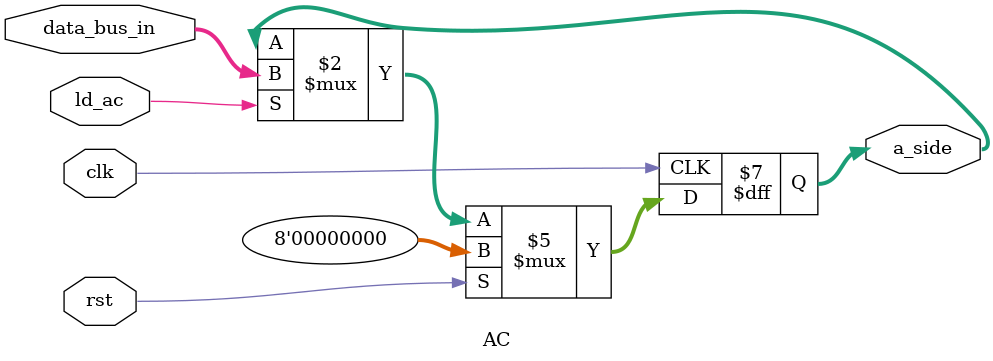
<source format=v>
module AC(
    input      clk, 
    input      rst,    
    input      ld_ac,  
    input      [7:0] data_bus_in,   
    output reg [7:0] a_side
);

    always @(posedge clk) begin
        if (rst) begin
            a_side <= 8'b00000000;
        end else if (ld_ac) begin
            a_side <= data_bus_in;
        end
    end
endmodule

</source>
